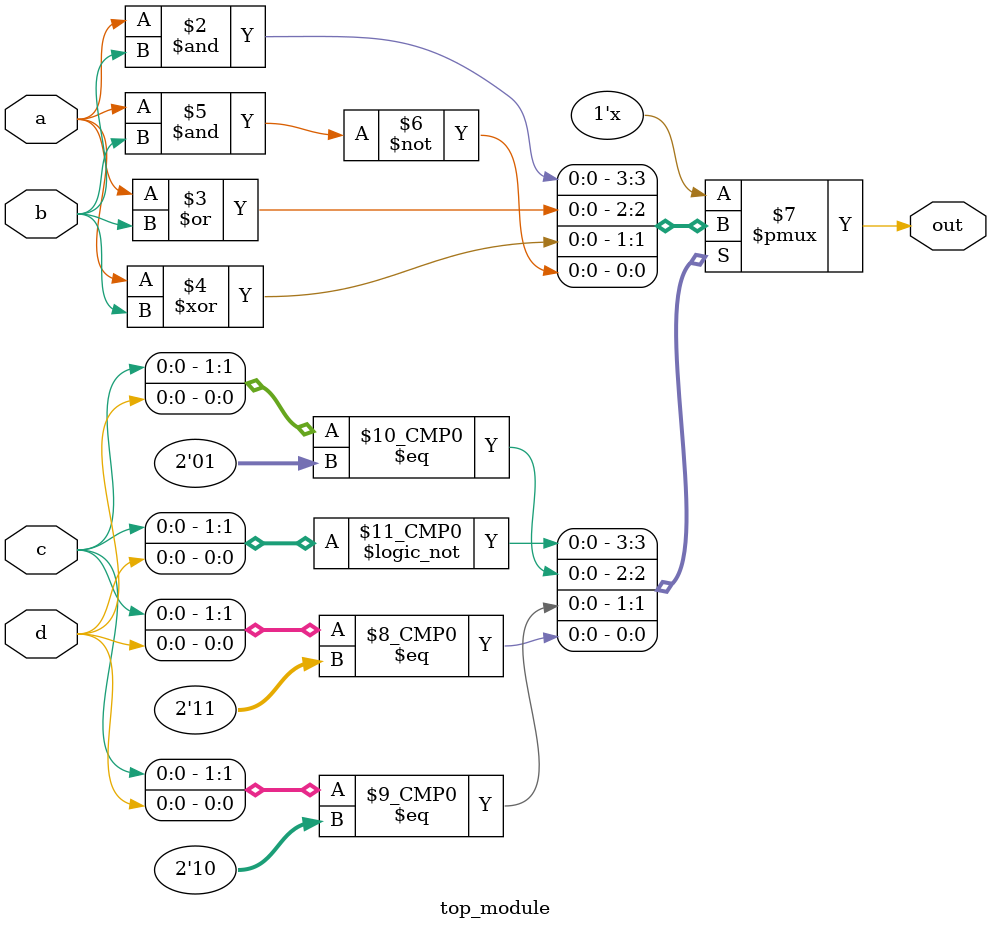
<source format=sv>
module top_module (
	input a, 
    input b,
    input c,
    input d,
    output reg out
);

always @(a, b, c, d) begin
    case ({c, d})
        2'b00: out = a & b;
        2'b01: out = a | b;
        2'b10: out = a ^ b;
        2'b11: out = ~(a & b);
    endcase
end

endmodule

</source>
